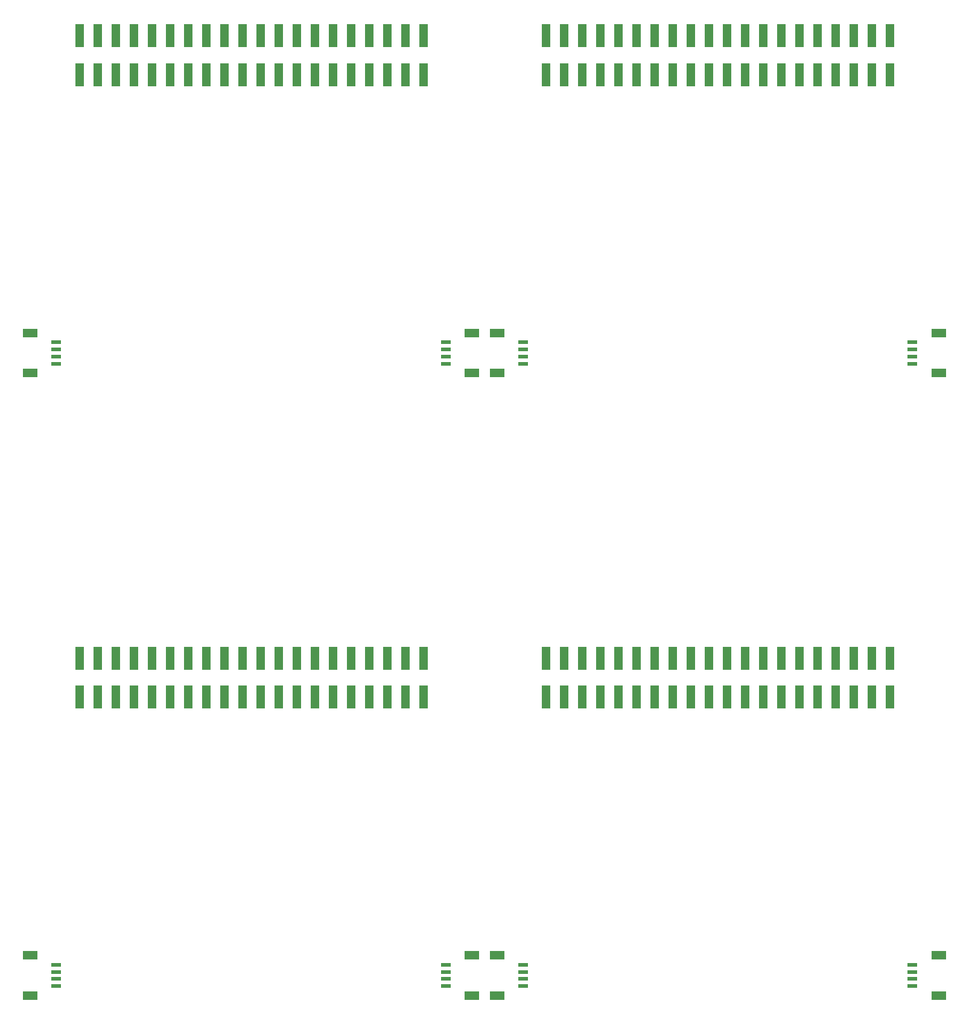
<source format=gtp>
G04 EAGLE Gerber RS-274X export*
G75*
%MOMM*%
%FSLAX34Y34*%
%LPD*%
%INSolderpaste Top*%
%IPPOS*%
%AMOC8*
5,1,8,0,0,1.08239X$1,22.5*%
G01*
%ADD10R,1.270000X3.175000*%
%ADD11R,2.000000X1.200000*%
%ADD12R,1.350000X0.600000*%


D10*
X83702Y630004D03*
X83702Y684614D03*
X109102Y630004D03*
X109102Y684614D03*
X134502Y630004D03*
X134502Y684614D03*
X159902Y630004D03*
X159902Y684614D03*
X185302Y630004D03*
X185302Y684614D03*
X210702Y630004D03*
X210702Y684614D03*
X236102Y630004D03*
X236102Y684614D03*
X261502Y630004D03*
X261502Y684614D03*
X286902Y630004D03*
X286902Y684614D03*
X312302Y630004D03*
X312302Y684614D03*
X337702Y630004D03*
X337702Y684614D03*
X363102Y630004D03*
X363102Y684614D03*
X388502Y630004D03*
X388502Y684614D03*
X413902Y630004D03*
X413902Y684614D03*
X439302Y630004D03*
X439302Y684614D03*
X464702Y630004D03*
X464702Y684614D03*
X490102Y630004D03*
X490102Y684614D03*
X515502Y630004D03*
X515502Y684614D03*
X540902Y630004D03*
X540902Y684614D03*
X566302Y630004D03*
X566302Y684614D03*
D11*
X634452Y211429D03*
X634452Y267429D03*
D12*
X597702Y224429D03*
X597702Y234429D03*
X597702Y244429D03*
X597702Y254429D03*
D11*
X14678Y267429D03*
X14678Y211429D03*
D12*
X51428Y254429D03*
X51428Y244429D03*
X51428Y234429D03*
X51428Y224429D03*
D10*
X738793Y630004D03*
X738793Y684614D03*
X764193Y630004D03*
X764193Y684614D03*
X789593Y630004D03*
X789593Y684614D03*
X814993Y630004D03*
X814993Y684614D03*
X840393Y630004D03*
X840393Y684614D03*
X865793Y630004D03*
X865793Y684614D03*
X891193Y630004D03*
X891193Y684614D03*
X916593Y630004D03*
X916593Y684614D03*
X941993Y630004D03*
X941993Y684614D03*
X967393Y630004D03*
X967393Y684614D03*
X992793Y630004D03*
X992793Y684614D03*
X1018193Y630004D03*
X1018193Y684614D03*
X1043593Y630004D03*
X1043593Y684614D03*
X1068993Y630004D03*
X1068993Y684614D03*
X1094393Y630004D03*
X1094393Y684614D03*
X1119793Y630004D03*
X1119793Y684614D03*
X1145193Y630004D03*
X1145193Y684614D03*
X1170593Y630004D03*
X1170593Y684614D03*
X1195993Y630004D03*
X1195993Y684614D03*
X1221393Y630004D03*
X1221393Y684614D03*
D11*
X1289543Y211429D03*
X1289543Y267429D03*
D12*
X1252793Y224429D03*
X1252793Y234429D03*
X1252793Y244429D03*
X1252793Y254429D03*
D11*
X669769Y267429D03*
X669769Y211429D03*
D12*
X706519Y254429D03*
X706519Y244429D03*
X706519Y234429D03*
X706519Y224429D03*
D10*
X83702Y1503104D03*
X83702Y1557714D03*
X109102Y1503104D03*
X109102Y1557714D03*
X134502Y1503104D03*
X134502Y1557714D03*
X159902Y1503104D03*
X159902Y1557714D03*
X185302Y1503104D03*
X185302Y1557714D03*
X210702Y1503104D03*
X210702Y1557714D03*
X236102Y1503104D03*
X236102Y1557714D03*
X261502Y1503104D03*
X261502Y1557714D03*
X286902Y1503104D03*
X286902Y1557714D03*
X312302Y1503104D03*
X312302Y1557714D03*
X337702Y1503104D03*
X337702Y1557714D03*
X363102Y1503104D03*
X363102Y1557714D03*
X388502Y1503104D03*
X388502Y1557714D03*
X413902Y1503104D03*
X413902Y1557714D03*
X439302Y1503104D03*
X439302Y1557714D03*
X464702Y1503104D03*
X464702Y1557714D03*
X490102Y1503104D03*
X490102Y1557714D03*
X515502Y1503104D03*
X515502Y1557714D03*
X540902Y1503104D03*
X540902Y1557714D03*
X566302Y1503104D03*
X566302Y1557714D03*
D11*
X634452Y1084529D03*
X634452Y1140529D03*
D12*
X597702Y1097529D03*
X597702Y1107529D03*
X597702Y1117529D03*
X597702Y1127529D03*
D11*
X14678Y1140529D03*
X14678Y1084529D03*
D12*
X51428Y1127529D03*
X51428Y1117529D03*
X51428Y1107529D03*
X51428Y1097529D03*
D10*
X738793Y1503104D03*
X738793Y1557714D03*
X764193Y1503104D03*
X764193Y1557714D03*
X789593Y1503104D03*
X789593Y1557714D03*
X814993Y1503104D03*
X814993Y1557714D03*
X840393Y1503104D03*
X840393Y1557714D03*
X865793Y1503104D03*
X865793Y1557714D03*
X891193Y1503104D03*
X891193Y1557714D03*
X916593Y1503104D03*
X916593Y1557714D03*
X941993Y1503104D03*
X941993Y1557714D03*
X967393Y1503104D03*
X967393Y1557714D03*
X992793Y1503104D03*
X992793Y1557714D03*
X1018193Y1503104D03*
X1018193Y1557714D03*
X1043593Y1503104D03*
X1043593Y1557714D03*
X1068993Y1503104D03*
X1068993Y1557714D03*
X1094393Y1503104D03*
X1094393Y1557714D03*
X1119793Y1503104D03*
X1119793Y1557714D03*
X1145193Y1503104D03*
X1145193Y1557714D03*
X1170593Y1503104D03*
X1170593Y1557714D03*
X1195993Y1503104D03*
X1195993Y1557714D03*
X1221393Y1503104D03*
X1221393Y1557714D03*
D11*
X1289543Y1084529D03*
X1289543Y1140529D03*
D12*
X1252793Y1097529D03*
X1252793Y1107529D03*
X1252793Y1117529D03*
X1252793Y1127529D03*
D11*
X669769Y1140529D03*
X669769Y1084529D03*
D12*
X706519Y1127529D03*
X706519Y1117529D03*
X706519Y1107529D03*
X706519Y1097529D03*
M02*

</source>
